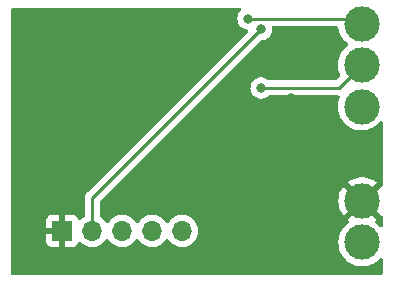
<source format=gbl>
%TF.GenerationSoftware,KiCad,Pcbnew,(6.0.2)*%
%TF.CreationDate,2023-03-19T00:19:14-07:00*%
%TF.ProjectId,serial-to-ws2812-v2,73657269-616c-42d7-946f-2d7773323831,rev?*%
%TF.SameCoordinates,Original*%
%TF.FileFunction,Copper,L2,Bot*%
%TF.FilePolarity,Positive*%
%FSLAX46Y46*%
G04 Gerber Fmt 4.6, Leading zero omitted, Abs format (unit mm)*
G04 Created by KiCad (PCBNEW (6.0.2)) date 2023-03-19 00:19:14*
%MOMM*%
%LPD*%
G01*
G04 APERTURE LIST*
%TA.AperFunction,ComponentPad*%
%ADD10C,3.000000*%
%TD*%
%TA.AperFunction,ComponentPad*%
%ADD11R,1.700000X1.700000*%
%TD*%
%TA.AperFunction,ComponentPad*%
%ADD12O,1.700000X1.700000*%
%TD*%
%TA.AperFunction,ViaPad*%
%ADD13C,0.800000*%
%TD*%
%TA.AperFunction,Conductor*%
%ADD14C,0.250000*%
%TD*%
G04 APERTURE END LIST*
D10*
%TO.P,DOut,1,Pin_1*%
%TO.N,Net-(J6-Pad1)*%
X180200000Y-41750000D03*
%TD*%
%TO.P,DIn,1,Pin_1*%
%TO.N,Net-(J5-Pad1)*%
X180200000Y-34750000D03*
%TD*%
%TO.P,DOut_3.3,1,Pin_1*%
%TO.N,Net-(J4-Pad1)*%
X180200000Y-38250000D03*
%TD*%
%TO.P,Gnd,1,Pin_1*%
%TO.N,GND*%
X180250000Y-49750000D03*
%TD*%
%TO.P,Pwr,1,Pin_1*%
%TO.N,VCC*%
X180250000Y-53250000D03*
%TD*%
D11*
%TO.P,J1,1,Pin_1*%
%TO.N,GND*%
X154850000Y-52275000D03*
D12*
%TO.P,J1,2,Pin_2*%
%TO.N,Net-(J1-Pad2)*%
X157390000Y-52275000D03*
%TO.P,J1,3,Pin_3*%
%TO.N,Net-(J1-Pad3)*%
X159930000Y-52275000D03*
%TO.P,J1,4,Pin_4*%
%TO.N,Net-(J1-Pad4)*%
X162470000Y-52275000D03*
%TO.P,J1,5,Pin_5*%
%TO.N,+3V3*%
X165010000Y-52275000D03*
%TD*%
D13*
%TO.N,GND*%
X168650000Y-43450000D03*
X169550000Y-43550000D03*
X175300000Y-38500000D03*
%TO.N,Net-(J4-Pad1)*%
X171700000Y-40174500D03*
%TO.N,GND*%
X172800000Y-38300000D03*
%TO.N,Net-(J5-Pad1)*%
X170600000Y-34300000D03*
%TO.N,GND*%
X166500000Y-35300000D03*
%TO.N,Net-(J1-Pad2)*%
X171700000Y-35225500D03*
%TO.N,GND*%
X174200000Y-41050000D03*
X174050000Y-45650000D03*
X155600000Y-47200000D03*
X156300000Y-44100000D03*
X156300000Y-41600000D03*
X156300000Y-39000000D03*
X156300000Y-36500000D03*
X169900000Y-52400000D03*
X171500000Y-46700000D03*
X170900000Y-55000000D03*
X174600000Y-46400000D03*
X174300000Y-51400000D03*
%TD*%
D14*
%TO.N,Net-(J1-Pad2)*%
X157390000Y-49510000D02*
X171674500Y-35225500D01*
X171674500Y-35225500D02*
X171700000Y-35225500D01*
X157390000Y-52275000D02*
X157390000Y-49510000D01*
%TO.N,Net-(J4-Pad1)*%
X178275500Y-40174500D02*
X180200000Y-38250000D01*
X171700000Y-40174500D02*
X178275500Y-40174500D01*
%TO.N,Net-(J5-Pad1)*%
X179750000Y-34300000D02*
X180200000Y-34750000D01*
X170600000Y-34300000D02*
X179750000Y-34300000D01*
%TD*%
%TA.AperFunction,Conductor*%
%TO.N,GND*%
G36*
X169966368Y-33428002D02*
G01*
X170012861Y-33481658D01*
X170022965Y-33551932D01*
X169993471Y-33616512D01*
X169989407Y-33620655D01*
X169988747Y-33621134D01*
X169860960Y-33763056D01*
X169765473Y-33928444D01*
X169706458Y-34110072D01*
X169686496Y-34300000D01*
X169706458Y-34489928D01*
X169765473Y-34671556D01*
X169860960Y-34836944D01*
X169988747Y-34978866D01*
X170143248Y-35091118D01*
X170149276Y-35093802D01*
X170149278Y-35093803D01*
X170311681Y-35166109D01*
X170317712Y-35168794D01*
X170504513Y-35208500D01*
X170507176Y-35208500D01*
X170571481Y-35234959D01*
X170612110Y-35293181D01*
X170614811Y-35364126D01*
X170581747Y-35422349D01*
X156997747Y-49006348D01*
X156989461Y-49013888D01*
X156982982Y-49018000D01*
X156977557Y-49023777D01*
X156936357Y-49067651D01*
X156933602Y-49070493D01*
X156913865Y-49090230D01*
X156911385Y-49093427D01*
X156903682Y-49102447D01*
X156873414Y-49134679D01*
X156869595Y-49141625D01*
X156869593Y-49141628D01*
X156863652Y-49152434D01*
X156852801Y-49168953D01*
X156840386Y-49184959D01*
X156837241Y-49192228D01*
X156837238Y-49192232D01*
X156822826Y-49225537D01*
X156817609Y-49236187D01*
X156796305Y-49274940D01*
X156794334Y-49282615D01*
X156794334Y-49282616D01*
X156791267Y-49294562D01*
X156784863Y-49313266D01*
X156776819Y-49331855D01*
X156775580Y-49339678D01*
X156775577Y-49339688D01*
X156769901Y-49375524D01*
X156767495Y-49387144D01*
X156756500Y-49429970D01*
X156756500Y-49450224D01*
X156754949Y-49469934D01*
X156751780Y-49489943D01*
X156752526Y-49497835D01*
X156755941Y-49533961D01*
X156756500Y-49545819D01*
X156756500Y-50996692D01*
X156736498Y-51064813D01*
X156688683Y-51108453D01*
X156663607Y-51121507D01*
X156659474Y-51124610D01*
X156659471Y-51124612D01*
X156576450Y-51186946D01*
X156484965Y-51255635D01*
X156481393Y-51259373D01*
X156403898Y-51340466D01*
X156342374Y-51375895D01*
X156271462Y-51372438D01*
X156213676Y-51331192D01*
X156194823Y-51297644D01*
X156153324Y-51186946D01*
X156144786Y-51171351D01*
X156068285Y-51069276D01*
X156055724Y-51056715D01*
X155953649Y-50980214D01*
X155938054Y-50971676D01*
X155817606Y-50926522D01*
X155802351Y-50922895D01*
X155751486Y-50917369D01*
X155744672Y-50917000D01*
X155122115Y-50917000D01*
X155106876Y-50921475D01*
X155105671Y-50922865D01*
X155104000Y-50930548D01*
X155104000Y-53614884D01*
X155108475Y-53630123D01*
X155109865Y-53631328D01*
X155117548Y-53632999D01*
X155744669Y-53632999D01*
X155751490Y-53632629D01*
X155802352Y-53627105D01*
X155817604Y-53623479D01*
X155938054Y-53578324D01*
X155953649Y-53569786D01*
X156055724Y-53493285D01*
X156068285Y-53480724D01*
X156144786Y-53378649D01*
X156153324Y-53363054D01*
X156194225Y-53253952D01*
X156236867Y-53197188D01*
X156303428Y-53172488D01*
X156372777Y-53187696D01*
X156407444Y-53215684D01*
X156432865Y-53245031D01*
X156432869Y-53245035D01*
X156436250Y-53248938D01*
X156608126Y-53391632D01*
X156801000Y-53504338D01*
X157009692Y-53584030D01*
X157014760Y-53585061D01*
X157014763Y-53585062D01*
X157122017Y-53606883D01*
X157228597Y-53628567D01*
X157233772Y-53628757D01*
X157233774Y-53628757D01*
X157446673Y-53636564D01*
X157446677Y-53636564D01*
X157451837Y-53636753D01*
X157456957Y-53636097D01*
X157456959Y-53636097D01*
X157668288Y-53609025D01*
X157668289Y-53609025D01*
X157673416Y-53608368D01*
X157678366Y-53606883D01*
X157882429Y-53545661D01*
X157882434Y-53545659D01*
X157887384Y-53544174D01*
X158087994Y-53445896D01*
X158269860Y-53316173D01*
X158428096Y-53158489D01*
X158558453Y-52977077D01*
X158559776Y-52978028D01*
X158606645Y-52934857D01*
X158676580Y-52922625D01*
X158742026Y-52950144D01*
X158769875Y-52981994D01*
X158829987Y-53080088D01*
X158976250Y-53248938D01*
X159148126Y-53391632D01*
X159341000Y-53504338D01*
X159549692Y-53584030D01*
X159554760Y-53585061D01*
X159554763Y-53585062D01*
X159662017Y-53606883D01*
X159768597Y-53628567D01*
X159773772Y-53628757D01*
X159773774Y-53628757D01*
X159986673Y-53636564D01*
X159986677Y-53636564D01*
X159991837Y-53636753D01*
X159996957Y-53636097D01*
X159996959Y-53636097D01*
X160208288Y-53609025D01*
X160208289Y-53609025D01*
X160213416Y-53608368D01*
X160218366Y-53606883D01*
X160422429Y-53545661D01*
X160422434Y-53545659D01*
X160427384Y-53544174D01*
X160627994Y-53445896D01*
X160809860Y-53316173D01*
X160968096Y-53158489D01*
X161098453Y-52977077D01*
X161099776Y-52978028D01*
X161146645Y-52934857D01*
X161216580Y-52922625D01*
X161282026Y-52950144D01*
X161309875Y-52981994D01*
X161369987Y-53080088D01*
X161516250Y-53248938D01*
X161688126Y-53391632D01*
X161881000Y-53504338D01*
X162089692Y-53584030D01*
X162094760Y-53585061D01*
X162094763Y-53585062D01*
X162202017Y-53606883D01*
X162308597Y-53628567D01*
X162313772Y-53628757D01*
X162313774Y-53628757D01*
X162526673Y-53636564D01*
X162526677Y-53636564D01*
X162531837Y-53636753D01*
X162536957Y-53636097D01*
X162536959Y-53636097D01*
X162748288Y-53609025D01*
X162748289Y-53609025D01*
X162753416Y-53608368D01*
X162758366Y-53606883D01*
X162962429Y-53545661D01*
X162962434Y-53545659D01*
X162967384Y-53544174D01*
X163167994Y-53445896D01*
X163349860Y-53316173D01*
X163508096Y-53158489D01*
X163638453Y-52977077D01*
X163639776Y-52978028D01*
X163686645Y-52934857D01*
X163756580Y-52922625D01*
X163822026Y-52950144D01*
X163849875Y-52981994D01*
X163909987Y-53080088D01*
X164056250Y-53248938D01*
X164228126Y-53391632D01*
X164421000Y-53504338D01*
X164629692Y-53584030D01*
X164634760Y-53585061D01*
X164634763Y-53585062D01*
X164742017Y-53606883D01*
X164848597Y-53628567D01*
X164853772Y-53628757D01*
X164853774Y-53628757D01*
X165066673Y-53636564D01*
X165066677Y-53636564D01*
X165071837Y-53636753D01*
X165076957Y-53636097D01*
X165076959Y-53636097D01*
X165288288Y-53609025D01*
X165288289Y-53609025D01*
X165293416Y-53608368D01*
X165298366Y-53606883D01*
X165502429Y-53545661D01*
X165502434Y-53545659D01*
X165507384Y-53544174D01*
X165707994Y-53445896D01*
X165889860Y-53316173D01*
X166048096Y-53158489D01*
X166178453Y-52977077D01*
X166186806Y-52960177D01*
X166275136Y-52781453D01*
X166275137Y-52781451D01*
X166277430Y-52776811D01*
X166342370Y-52563069D01*
X166371529Y-52341590D01*
X166373156Y-52275000D01*
X166354852Y-52052361D01*
X166300431Y-51835702D01*
X166211354Y-51630840D01*
X166136645Y-51515358D01*
X166092822Y-51447617D01*
X166092820Y-51447614D01*
X166090014Y-51443277D01*
X165939670Y-51278051D01*
X165935619Y-51274852D01*
X165935615Y-51274848D01*
X165768414Y-51142800D01*
X165768410Y-51142798D01*
X165764359Y-51139598D01*
X165759831Y-51137098D01*
X165643988Y-51073150D01*
X165568789Y-51031638D01*
X165563920Y-51029914D01*
X165563916Y-51029912D01*
X165363087Y-50958795D01*
X165363083Y-50958794D01*
X165358212Y-50957069D01*
X165353119Y-50956162D01*
X165353116Y-50956161D01*
X165143373Y-50918800D01*
X165143367Y-50918799D01*
X165138284Y-50917894D01*
X165064452Y-50916992D01*
X164920081Y-50915228D01*
X164920079Y-50915228D01*
X164914911Y-50915165D01*
X164694091Y-50948955D01*
X164481756Y-51018357D01*
X164451443Y-51034137D01*
X164307975Y-51108822D01*
X164283607Y-51121507D01*
X164279474Y-51124610D01*
X164279471Y-51124612D01*
X164196450Y-51186946D01*
X164104965Y-51255635D01*
X164101393Y-51259373D01*
X163985567Y-51380578D01*
X163950629Y-51417138D01*
X163843201Y-51574621D01*
X163788293Y-51619621D01*
X163717768Y-51627792D01*
X163654021Y-51596538D01*
X163633324Y-51572054D01*
X163552822Y-51447617D01*
X163552820Y-51447614D01*
X163550014Y-51443277D01*
X163399670Y-51278051D01*
X163395619Y-51274852D01*
X163395615Y-51274848D01*
X163228414Y-51142800D01*
X163228410Y-51142798D01*
X163224359Y-51139598D01*
X163219831Y-51137098D01*
X163103988Y-51073150D01*
X163028789Y-51031638D01*
X163023920Y-51029914D01*
X163023916Y-51029912D01*
X162823087Y-50958795D01*
X162823083Y-50958794D01*
X162818212Y-50957069D01*
X162813119Y-50956162D01*
X162813116Y-50956161D01*
X162603373Y-50918800D01*
X162603367Y-50918799D01*
X162598284Y-50917894D01*
X162524452Y-50916992D01*
X162380081Y-50915228D01*
X162380079Y-50915228D01*
X162374911Y-50915165D01*
X162154091Y-50948955D01*
X161941756Y-51018357D01*
X161911443Y-51034137D01*
X161767975Y-51108822D01*
X161743607Y-51121507D01*
X161739474Y-51124610D01*
X161739471Y-51124612D01*
X161656450Y-51186946D01*
X161564965Y-51255635D01*
X161561393Y-51259373D01*
X161445567Y-51380578D01*
X161410629Y-51417138D01*
X161303201Y-51574621D01*
X161248293Y-51619621D01*
X161177768Y-51627792D01*
X161114021Y-51596538D01*
X161093324Y-51572054D01*
X161012822Y-51447617D01*
X161012820Y-51447614D01*
X161010014Y-51443277D01*
X160859670Y-51278051D01*
X160855619Y-51274852D01*
X160855615Y-51274848D01*
X160688414Y-51142800D01*
X160688410Y-51142798D01*
X160684359Y-51139598D01*
X160679831Y-51137098D01*
X160563988Y-51073150D01*
X160488789Y-51031638D01*
X160483920Y-51029914D01*
X160483916Y-51029912D01*
X160283087Y-50958795D01*
X160283083Y-50958794D01*
X160278212Y-50957069D01*
X160273119Y-50956162D01*
X160273116Y-50956161D01*
X160063373Y-50918800D01*
X160063367Y-50918799D01*
X160058284Y-50917894D01*
X159984452Y-50916992D01*
X159840081Y-50915228D01*
X159840079Y-50915228D01*
X159834911Y-50915165D01*
X159614091Y-50948955D01*
X159401756Y-51018357D01*
X159371443Y-51034137D01*
X159227975Y-51108822D01*
X159203607Y-51121507D01*
X159199474Y-51124610D01*
X159199471Y-51124612D01*
X159116450Y-51186946D01*
X159024965Y-51255635D01*
X159021393Y-51259373D01*
X158905567Y-51380578D01*
X158870629Y-51417138D01*
X158763201Y-51574621D01*
X158708293Y-51619621D01*
X158637768Y-51627792D01*
X158574021Y-51596538D01*
X158553324Y-51572054D01*
X158472822Y-51447617D01*
X158472820Y-51447614D01*
X158470014Y-51443277D01*
X158319670Y-51278051D01*
X158315619Y-51274852D01*
X158315615Y-51274848D01*
X158148414Y-51142800D01*
X158148410Y-51142798D01*
X158144359Y-51139598D01*
X158139835Y-51137101D01*
X158139831Y-51137098D01*
X158088608Y-51108822D01*
X158038636Y-51058390D01*
X158023500Y-50998513D01*
X158023500Y-49824594D01*
X158043502Y-49756473D01*
X158060405Y-49735499D01*
X158062700Y-49733204D01*
X178237665Y-49733204D01*
X178252932Y-49997969D01*
X178254005Y-50006470D01*
X178305065Y-50266722D01*
X178307276Y-50274974D01*
X178393184Y-50525894D01*
X178396499Y-50533779D01*
X178515664Y-50770713D01*
X178520020Y-50778079D01*
X178649347Y-50966250D01*
X178659601Y-50974594D01*
X178673342Y-50967448D01*
X179877978Y-49762812D01*
X179885592Y-49748868D01*
X179885461Y-49747035D01*
X179881210Y-49740420D01*
X178673814Y-48533024D01*
X178661804Y-48526466D01*
X178650064Y-48535434D01*
X178541935Y-48685911D01*
X178537418Y-48693196D01*
X178413325Y-48927567D01*
X178409839Y-48935395D01*
X178318700Y-49184446D01*
X178316311Y-49192670D01*
X178259812Y-49451795D01*
X178258563Y-49460250D01*
X178237754Y-49724653D01*
X178237665Y-49733204D01*
X158062700Y-49733204D01*
X159633404Y-48162500D01*
X179026584Y-48162500D01*
X179032980Y-48173770D01*
X180237188Y-49377978D01*
X180251132Y-49385592D01*
X180252965Y-49385461D01*
X180259580Y-49381210D01*
X181466604Y-48174186D01*
X181473795Y-48161017D01*
X181466473Y-48150780D01*
X181419233Y-48112115D01*
X181412261Y-48107160D01*
X181186122Y-47968582D01*
X181178552Y-47964624D01*
X180935704Y-47858022D01*
X180927644Y-47855120D01*
X180672592Y-47782467D01*
X180664214Y-47780685D01*
X180401656Y-47743318D01*
X180393111Y-47742691D01*
X180127908Y-47741302D01*
X180119374Y-47741839D01*
X179856433Y-47776456D01*
X179848035Y-47778149D01*
X179592238Y-47848127D01*
X179584143Y-47850946D01*
X179340199Y-47954997D01*
X179332577Y-47958881D01*
X179105013Y-48095075D01*
X179097981Y-48099962D01*
X179035053Y-48150377D01*
X179026584Y-48162500D01*
X159633404Y-48162500D01*
X171624999Y-36170905D01*
X171687311Y-36136879D01*
X171714094Y-36134000D01*
X171795487Y-36134000D01*
X171801939Y-36132628D01*
X171801944Y-36132628D01*
X171888887Y-36114147D01*
X171982288Y-36094294D01*
X171988319Y-36091609D01*
X172150722Y-36019303D01*
X172150724Y-36019302D01*
X172156752Y-36016618D01*
X172182839Y-35997665D01*
X172228892Y-35964205D01*
X172311253Y-35904366D01*
X172439040Y-35762444D01*
X172534527Y-35597056D01*
X172593542Y-35415428D01*
X172613504Y-35225500D01*
X172597441Y-35072670D01*
X172610213Y-35002832D01*
X172658715Y-34950985D01*
X172722751Y-34933500D01*
X178085498Y-34933500D01*
X178153619Y-34953502D01*
X178200112Y-35007158D01*
X178209141Y-35035242D01*
X178255405Y-35271053D01*
X178256792Y-35275103D01*
X178256793Y-35275108D01*
X178306985Y-35421706D01*
X178344112Y-35530144D01*
X178346039Y-35533975D01*
X178463415Y-35767352D01*
X178467160Y-35774799D01*
X178469586Y-35778328D01*
X178469589Y-35778334D01*
X178504221Y-35828723D01*
X178622274Y-36000490D01*
X178625161Y-36003663D01*
X178625162Y-36003664D01*
X178708877Y-36095666D01*
X178806582Y-36203043D01*
X179016675Y-36378707D01*
X179034310Y-36389770D01*
X179038484Y-36392388D01*
X179085561Y-36445532D01*
X179096432Y-36515691D01*
X179067647Y-36580591D01*
X179050306Y-36597458D01*
X178840666Y-36765411D01*
X178840660Y-36765417D01*
X178837318Y-36768094D01*
X178648808Y-36966742D01*
X178489002Y-37189136D01*
X178360857Y-37431161D01*
X178266743Y-37688337D01*
X178208404Y-37955907D01*
X178186917Y-38228918D01*
X178202682Y-38502320D01*
X178203507Y-38506525D01*
X178203508Y-38506533D01*
X178233917Y-38661526D01*
X178255405Y-38771053D01*
X178344112Y-39030144D01*
X178346041Y-39033978D01*
X178346042Y-39033982D01*
X178363387Y-39068470D01*
X178376125Y-39138314D01*
X178349080Y-39203958D01*
X178339917Y-39214178D01*
X178050000Y-39504095D01*
X177987688Y-39538121D01*
X177960905Y-39541000D01*
X172408200Y-39541000D01*
X172340079Y-39520998D01*
X172320853Y-39504657D01*
X172320580Y-39504960D01*
X172315668Y-39500537D01*
X172311253Y-39495634D01*
X172156752Y-39383382D01*
X172150724Y-39380698D01*
X172150722Y-39380697D01*
X171988319Y-39308391D01*
X171988318Y-39308391D01*
X171982288Y-39305706D01*
X171888888Y-39285853D01*
X171801944Y-39267372D01*
X171801939Y-39267372D01*
X171795487Y-39266000D01*
X171604513Y-39266000D01*
X171598061Y-39267372D01*
X171598056Y-39267372D01*
X171511112Y-39285853D01*
X171417712Y-39305706D01*
X171411682Y-39308391D01*
X171411681Y-39308391D01*
X171249278Y-39380697D01*
X171249276Y-39380698D01*
X171243248Y-39383382D01*
X171088747Y-39495634D01*
X171084326Y-39500544D01*
X171084325Y-39500545D01*
X171037537Y-39552509D01*
X170960960Y-39637556D01*
X170865473Y-39802944D01*
X170806458Y-39984572D01*
X170805768Y-39991133D01*
X170805768Y-39991135D01*
X170799152Y-40054085D01*
X170786496Y-40174500D01*
X170806458Y-40364428D01*
X170865473Y-40546056D01*
X170960960Y-40711444D01*
X170965378Y-40716351D01*
X170965379Y-40716352D01*
X171065796Y-40827876D01*
X171088747Y-40853366D01*
X171243248Y-40965618D01*
X171249276Y-40968302D01*
X171249278Y-40968303D01*
X171411681Y-41040609D01*
X171417712Y-41043294D01*
X171511113Y-41063147D01*
X171598056Y-41081628D01*
X171598061Y-41081628D01*
X171604513Y-41083000D01*
X171795487Y-41083000D01*
X171801939Y-41081628D01*
X171801944Y-41081628D01*
X171888887Y-41063147D01*
X171982288Y-41043294D01*
X171988319Y-41040609D01*
X172150722Y-40968303D01*
X172150724Y-40968302D01*
X172156752Y-40965618D01*
X172311253Y-40853366D01*
X172315668Y-40848463D01*
X172320580Y-40844040D01*
X172321705Y-40845289D01*
X172375014Y-40812449D01*
X172408200Y-40808000D01*
X178196733Y-40808000D01*
X178207916Y-40808527D01*
X178215409Y-40810202D01*
X178223336Y-40809953D01*
X178231228Y-40810699D01*
X178231044Y-40812646D01*
X178289677Y-40827876D01*
X178337836Y-40880042D01*
X178350146Y-40949963D01*
X178343252Y-40979266D01*
X178305793Y-41081628D01*
X178266743Y-41188337D01*
X178208404Y-41455907D01*
X178186917Y-41728918D01*
X178202682Y-42002320D01*
X178203507Y-42006525D01*
X178203508Y-42006533D01*
X178233917Y-42161526D01*
X178255405Y-42271053D01*
X178344112Y-42530144D01*
X178467160Y-42774799D01*
X178469586Y-42778328D01*
X178469589Y-42778334D01*
X178504221Y-42828723D01*
X178622274Y-43000490D01*
X178806582Y-43203043D01*
X179016675Y-43378707D01*
X179020316Y-43380991D01*
X179245024Y-43521951D01*
X179245028Y-43521953D01*
X179248664Y-43524234D01*
X179316544Y-43554883D01*
X179494345Y-43635164D01*
X179494349Y-43635166D01*
X179498257Y-43636930D01*
X179502377Y-43638150D01*
X179502376Y-43638150D01*
X179756723Y-43713491D01*
X179756727Y-43713492D01*
X179760836Y-43714709D01*
X179765070Y-43715357D01*
X179765075Y-43715358D01*
X180027298Y-43755483D01*
X180027300Y-43755483D01*
X180031540Y-43756132D01*
X180170912Y-43758322D01*
X180301071Y-43760367D01*
X180301077Y-43760367D01*
X180305362Y-43760434D01*
X180577235Y-43727534D01*
X180842127Y-43658041D01*
X180846087Y-43656401D01*
X180846092Y-43656399D01*
X180968632Y-43605641D01*
X181095136Y-43553241D01*
X181331582Y-43415073D01*
X181547089Y-43246094D01*
X181588809Y-43203043D01*
X181700716Y-43087563D01*
X181737669Y-43049431D01*
X181740202Y-43045983D01*
X181740206Y-43045978D01*
X181764453Y-43012969D01*
X181820902Y-42969910D01*
X181891669Y-42964205D01*
X181954286Y-42997665D01*
X181988873Y-43059667D01*
X181992000Y-43087563D01*
X181992000Y-48400761D01*
X181971998Y-48468882D01*
X181918342Y-48515375D01*
X181853246Y-48526114D01*
X181841610Y-48524930D01*
X181826121Y-48533089D01*
X180622022Y-49737188D01*
X180614408Y-49751132D01*
X180614539Y-49752965D01*
X180618790Y-49759580D01*
X181825730Y-50966520D01*
X181839674Y-50974134D01*
X181857010Y-50972894D01*
X181926384Y-50987985D01*
X181976587Y-51038186D01*
X181992000Y-51098573D01*
X181992000Y-51853332D01*
X181971998Y-51921453D01*
X181918342Y-51967946D01*
X181848068Y-51978050D01*
X181783488Y-51948556D01*
X181773713Y-51939117D01*
X181628125Y-51782445D01*
X181624809Y-51779731D01*
X181624806Y-51779728D01*
X181437588Y-51626492D01*
X181416205Y-51608990D01*
X181412554Y-51606753D01*
X181412539Y-51606742D01*
X181412067Y-51606453D01*
X181411950Y-51606324D01*
X181409049Y-51604262D01*
X181409505Y-51603621D01*
X181364438Y-51553803D01*
X181352835Y-51483761D01*
X181380941Y-51418565D01*
X181400161Y-51399870D01*
X181464655Y-51349301D01*
X181473125Y-51337442D01*
X181466608Y-51325818D01*
X180262812Y-50122022D01*
X180248868Y-50114408D01*
X180247035Y-50114539D01*
X180240420Y-50118790D01*
X179032910Y-51326300D01*
X179025618Y-51339654D01*
X179032673Y-51349627D01*
X179063673Y-51375546D01*
X179070599Y-51380578D01*
X179088895Y-51392055D01*
X179135972Y-51445199D01*
X179146845Y-51515358D01*
X179118061Y-51580258D01*
X179100721Y-51597126D01*
X178887318Y-51768094D01*
X178698808Y-51966742D01*
X178539002Y-52189136D01*
X178410857Y-52431161D01*
X178409385Y-52435184D01*
X178409383Y-52435188D01*
X178374441Y-52530671D01*
X178316743Y-52688337D01*
X178258404Y-52955907D01*
X178236917Y-53228918D01*
X178252682Y-53502320D01*
X178253507Y-53506525D01*
X178253508Y-53506533D01*
X178283917Y-53661526D01*
X178305405Y-53771053D01*
X178394112Y-54030144D01*
X178517160Y-54274799D01*
X178519586Y-54278328D01*
X178519589Y-54278334D01*
X178554221Y-54328723D01*
X178672274Y-54500490D01*
X178856582Y-54703043D01*
X179066675Y-54878707D01*
X179070316Y-54880991D01*
X179295024Y-55021951D01*
X179295028Y-55021953D01*
X179298664Y-55024234D01*
X179366544Y-55054883D01*
X179544345Y-55135164D01*
X179544349Y-55135166D01*
X179548257Y-55136930D01*
X179552377Y-55138150D01*
X179552376Y-55138150D01*
X179806723Y-55213491D01*
X179806727Y-55213492D01*
X179810836Y-55214709D01*
X179815070Y-55215357D01*
X179815075Y-55215358D01*
X180077298Y-55255483D01*
X180077300Y-55255483D01*
X180081540Y-55256132D01*
X180220912Y-55258322D01*
X180351071Y-55260367D01*
X180351077Y-55260367D01*
X180355362Y-55260434D01*
X180627235Y-55227534D01*
X180892127Y-55158041D01*
X180896087Y-55156401D01*
X180896092Y-55156399D01*
X181018632Y-55105641D01*
X181145136Y-55053241D01*
X181381582Y-54915073D01*
X181597089Y-54746094D01*
X181638809Y-54703043D01*
X181775516Y-54561972D01*
X181837286Y-54526972D01*
X181908173Y-54530924D01*
X181965670Y-54572573D01*
X181991522Y-54638695D01*
X181992000Y-54649657D01*
X181992000Y-55866000D01*
X181971998Y-55934121D01*
X181918342Y-55980614D01*
X181866000Y-55992000D01*
X150634000Y-55992000D01*
X150565879Y-55971998D01*
X150519386Y-55918342D01*
X150508000Y-55866000D01*
X150508000Y-53169669D01*
X153492001Y-53169669D01*
X153492371Y-53176490D01*
X153497895Y-53227352D01*
X153501521Y-53242604D01*
X153546676Y-53363054D01*
X153555214Y-53378649D01*
X153631715Y-53480724D01*
X153644276Y-53493285D01*
X153746351Y-53569786D01*
X153761946Y-53578324D01*
X153882394Y-53623478D01*
X153897649Y-53627105D01*
X153948514Y-53632631D01*
X153955328Y-53633000D01*
X154577885Y-53633000D01*
X154593124Y-53628525D01*
X154594329Y-53627135D01*
X154596000Y-53619452D01*
X154596000Y-52547115D01*
X154591525Y-52531876D01*
X154590135Y-52530671D01*
X154582452Y-52529000D01*
X153510116Y-52529000D01*
X153494877Y-52533475D01*
X153493672Y-52534865D01*
X153492001Y-52542548D01*
X153492001Y-53169669D01*
X150508000Y-53169669D01*
X150508000Y-52002885D01*
X153492000Y-52002885D01*
X153496475Y-52018124D01*
X153497865Y-52019329D01*
X153505548Y-52021000D01*
X154577885Y-52021000D01*
X154593124Y-52016525D01*
X154594329Y-52015135D01*
X154596000Y-52007452D01*
X154596000Y-50935116D01*
X154591525Y-50919877D01*
X154590135Y-50918672D01*
X154582452Y-50917001D01*
X153955331Y-50917001D01*
X153948510Y-50917371D01*
X153897648Y-50922895D01*
X153882396Y-50926521D01*
X153761946Y-50971676D01*
X153746351Y-50980214D01*
X153644276Y-51056715D01*
X153631715Y-51069276D01*
X153555214Y-51171351D01*
X153546676Y-51186946D01*
X153501522Y-51307394D01*
X153497895Y-51322649D01*
X153492369Y-51373514D01*
X153492000Y-51380328D01*
X153492000Y-52002885D01*
X150508000Y-52002885D01*
X150508000Y-33534000D01*
X150528002Y-33465879D01*
X150581658Y-33419386D01*
X150634000Y-33408000D01*
X169898247Y-33408000D01*
X169966368Y-33428002D01*
G37*
%TD.AperFunction*%
%TD*%
M02*

</source>
